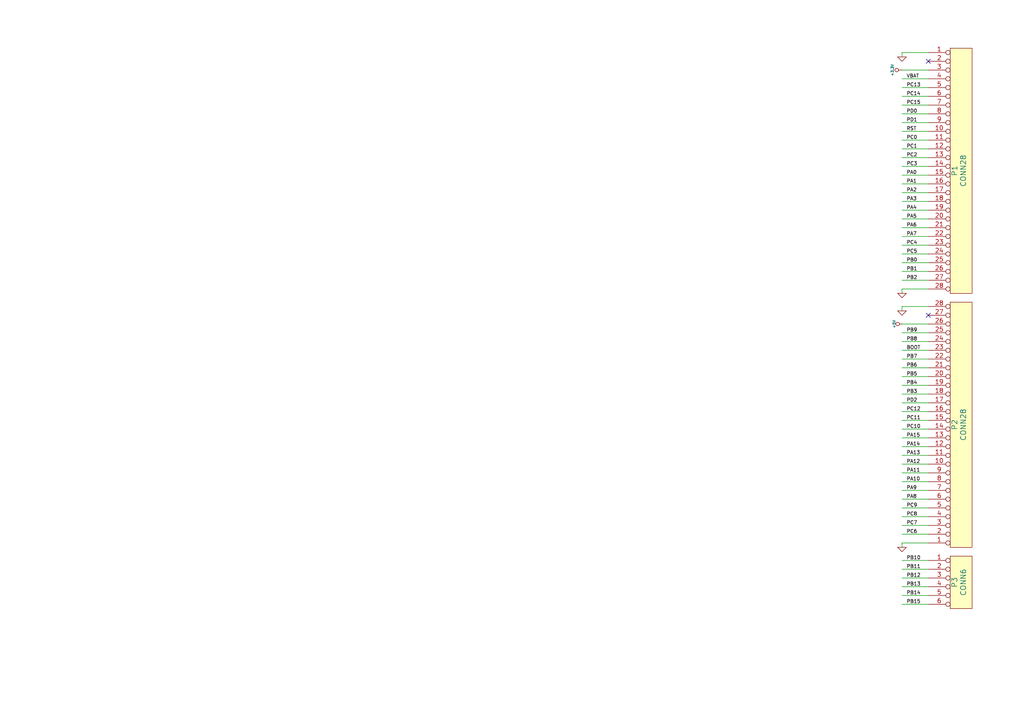
<source format=kicad_sch>
(kicad_sch (version 20230121) (generator eeschema)
  (paper "A4")
  (title_block (title "STM32 Value Line Discovery - Shiled board") (date "20 oct 2012") (rev "1.0"))
  (lib_symbols
    (symbol "stm32f100-discovery-shield-rescue:+3.3V" (power) (pin_names (offset 0))
      (property "Value" "+3.3V" (at 0 2.794 0))
      (symbol "+3.3V_0_0"
        (pin power_in line (at 0 0 90) (length 0) hide (name "+3.3V") (number "1"))
      )
      (symbol "+3.3V_0_1"
        (polyline (pts (xy 0 0) (xy 0 1.016) (xy 0 1.016)))
        (circle (center 0 1.524) (radius 0.508))
      )
    )
    (symbol "stm32f100-discovery-shield-rescue:+5V" (power) (pin_names (offset 1.016))
      (property "Value" "+5V" (at 0 2.286 0))
      (symbol "+5V_0_0"
        (pin power_in line (at 0 0 90) (length 0) hide (name "+5V") (number "1"))
      )
      (symbol "+5V_0_1"
        (polyline (pts (xy 0 0) (xy 0 0.762) (xy 0 0.762) (xy 0 0.762)))
        (circle (center 0 1.27) (radius 0.508))
      )
    )
    (symbol "stm32f100-discovery-shield-rescue:GND" (power) (pin_names (offset 0))
      (symbol "GND_0_1"
        (polyline (pts (xy -1.27 0) (xy 0 -1.27) (xy 1.27 0) (xy -1.27 0)))
      )
      (symbol "GND_1_1"
        (pin power_in line (at 0 0 90) (length 0) hide (name "GND") (number "1"))
      )
    )
    (symbol "stm32f100-discovery-shield:CONN28" (pin_names (offset 1.016) hide)
      (property "Reference" "P" (at -1.27 0 90))
      (property "Value" "CONN28" (at 1.27 0 90))
      (symbol "CONN28_0_1"
        (rectangle (start -2.54 -35.56) (end 3.81 35.56) (fill (type background)))
      )
      (symbol "CONN28_1_1"
        (pin passive inverted (at -8.89 34.29 0) (length 6.35) (name "P1") (number "1"))
        (pin passive inverted (at -8.89 11.43 0) (length 6.35) (name "P10") (number "10"))
        (pin passive inverted (at -8.89 8.89 0) (length 6.35) (name "P11") (number "11"))
        (pin passive inverted (at -8.89 6.35 0) (length 6.35) (name "P12") (number "12"))
        (pin passive inverted (at -8.89 3.81 0) (length 6.35) (name "P13") (number "13"))
        (pin passive inverted (at -8.89 1.27 0) (length 6.35) (name "P14") (number "14"))
        (pin passive inverted (at -8.89 -1.27 0) (length 6.35) (name "P15") (number "15"))
        (pin passive inverted (at -8.89 -3.81 0) (length 6.35) (name "P16") (number "16"))
        (pin passive inverted (at -8.89 -6.35 0) (length 6.35) (name "P17") (number "17"))
        (pin passive inverted (at -8.89 -8.89 0) (length 6.35) (name "P18") (number "18"))
        (pin passive inverted (at -8.89 -11.43 0) (length 6.35) (name "P19") (number "19"))
        (pin passive inverted (at -8.89 31.75 0) (length 6.35) (name "P2") (number "2"))
        (pin passive inverted (at -8.89 -13.97 0) (length 6.35) (name "P20") (number "20"))
        (pin passive inverted (at -8.89 -16.51 0) (length 6.35) (name "P21") (number "21"))
        (pin passive inverted (at -8.89 -19.05 0) (length 6.35) (name "P22") (number "22"))
        (pin passive inverted (at -8.89 -21.59 0) (length 6.35) (name "P23") (number "23"))
        (pin passive inverted (at -8.89 -24.13 0) (length 6.35) (name "P24") (number "24"))
        (pin passive inverted (at -8.89 -26.67 0) (length 6.35) (name "P25") (number "25"))
        (pin passive inverted (at -8.89 -29.21 0) (length 6.35) (name "P26") (number "26"))
        (pin passive inverted (at -8.89 -31.75 0) (length 6.35) (name "P27") (number "27"))
        (pin passive inverted (at -8.89 -34.29 0) (length 6.35) (name "P28") (number "28"))
        (pin passive inverted (at -8.89 29.21 0) (length 6.35) (name "P3") (number "3"))
        (pin passive inverted (at -8.89 26.67 0) (length 6.35) (name "P4") (number "4"))
        (pin passive inverted (at -8.89 24.13 0) (length 6.35) (name "P5") (number "5"))
        (pin passive inverted (at -8.89 21.59 0) (length 6.35) (name "P6") (number "6"))
        (pin passive inverted (at -8.89 19.05 0) (length 6.35) (name "P7") (number "7"))
        (pin passive inverted (at -8.89 16.51 0) (length 6.35) (name "P8") (number "8"))
        (pin passive inverted (at -8.89 13.97 0) (length 6.35) (name "P9") (number "9"))
      )
    )
    (symbol "stm32f100-discovery-shield:CONN6" (pin_names (offset 1.016) hide)
      (property "Reference" "P" (at -1.27 0 90))
      (property "Value" "CONN6" (at 1.27 0 90))
      (symbol "CONN6_0_1"
        (rectangle (start -2.54 -7.62) (end 3.81 7.62) (fill (type background)))
      )
      (symbol "CONN6_1_1"
        (pin passive inverted (at -8.89 6.35 0) (length 6.35) (name "P1") (number "1"))
        (pin passive inverted (at -8.89 3.81 0) (length 6.35) (name "P2") (number "2"))
        (pin passive inverted (at -8.89 1.27 0) (length 6.35) (name "P3") (number "3"))
        (pin passive inverted (at -8.89 -1.27 0) (length 6.35) (name "P4") (number "4"))
        (pin passive inverted (at -8.89 -3.81 0) (length 6.35) (name "P5") (number "5"))
        (pin passive inverted (at -8.89 -6.35 0) (length 6.35) (name "P6") (number "6"))
      )
    )
  )
  (no_connect (at 269.24 91.44))
  (no_connect (at 269.24 17.78))
  (wire (pts (xy 269.24 119.38) (xy 261.62 119.38)))
  (wire (pts (xy 269.24 30.48) (xy 261.62 30.48)))
  (wire (pts (xy 269.24 162.56) (xy 261.62 162.56)))
  (wire (pts (xy 269.24 83.82) (xy 261.62 83.82)))
  (wire (pts (xy 269.24 154.94) (xy 261.62 154.94)))
  (wire (pts (xy 269.24 139.7) (xy 261.62 139.7)))
  (wire (pts (xy 269.24 27.94) (xy 261.62 27.94)))
  (wire (pts (xy 269.24 149.86) (xy 261.62 149.86)))
  (wire (pts (xy 269.24 76.2) (xy 261.62 76.2)))
  (wire (pts (xy 269.24 53.34) (xy 261.62 53.34)))
  (wire (pts (xy 269.24 142.24) (xy 261.62 142.24)))
  (wire (pts (xy 269.24 165.1) (xy 261.62 165.1)))
  (wire (pts (xy 261.62 157.48) (xy 261.62 158.75)))
  (wire (pts (xy 269.24 106.68) (xy 261.62 106.68)))
  (wire (pts (xy 269.24 45.72) (xy 261.62 45.72)))
  (wire (pts (xy 269.24 121.92) (xy 261.62 121.92)))
  (wire (pts (xy 269.24 172.72) (xy 261.62 172.72)))
  (wire (pts (xy 269.24 127) (xy 261.62 127)))
  (wire (pts (xy 269.24 78.74) (xy 261.62 78.74)))
  (wire (pts (xy 269.24 25.4) (xy 261.62 25.4)))
  (wire (pts (xy 261.62 15.24) (xy 261.62 16.51)))
  (wire (pts (xy 261.62 83.82) (xy 261.62 85.09)))
  (wire (pts (xy 269.24 50.8) (xy 261.62 50.8)))
  (wire (pts (xy 269.24 104.14) (xy 261.62 104.14)))
  (wire (pts (xy 269.24 96.52) (xy 261.62 96.52)))
  (wire (pts (xy 269.24 88.9) (xy 261.62 88.9)))
  (wire (pts (xy 269.24 124.46) (xy 261.62 124.46)))
  (wire (pts (xy 269.24 58.42) (xy 261.62 58.42)))
  (wire (pts (xy 269.24 101.6) (xy 261.62 101.6)))
  (wire (pts (xy 269.24 40.64) (xy 261.62 40.64)))
  (wire (pts (xy 269.24 68.58) (xy 261.62 68.58)))
  (wire (pts (xy 269.24 22.86) (xy 261.62 22.86)))
  (wire (pts (xy 269.24 81.28) (xy 261.62 81.28)))
  (wire (pts (xy 269.24 35.56) (xy 261.62 35.56)))
  (wire (pts (xy 269.24 129.54) (xy 261.62 129.54)))
  (wire (pts (xy 269.24 99.06) (xy 261.62 99.06)))
  (wire (pts (xy 269.24 48.26) (xy 261.62 48.26)))
  (wire (pts (xy 269.24 175.26) (xy 261.62 175.26)))
  (wire (pts (xy 269.24 43.18) (xy 261.62 43.18)))
  (wire (pts (xy 269.24 71.12) (xy 261.62 71.12)))
  (wire (pts (xy 269.24 15.24) (xy 261.62 15.24)))
  (wire (pts (xy 269.24 66.04) (xy 261.62 66.04)))
  (wire (pts (xy 269.24 55.88) (xy 261.62 55.88)))
  (wire (pts (xy 269.24 38.1) (xy 261.62 38.1)))
  (wire (pts (xy 269.24 137.16) (xy 261.62 137.16)))
  (wire (pts (xy 269.24 116.84) (xy 261.62 116.84)))
  (wire (pts (xy 269.24 33.02) (xy 261.62 33.02)))
  (wire (pts (xy 269.24 20.32) (xy 261.62 20.32)))
  (wire (pts (xy 269.24 147.32) (xy 261.62 147.32)))
  (wire (pts (xy 269.24 152.4) (xy 261.62 152.4)))
  (wire (pts (xy 269.24 170.18) (xy 261.62 170.18)))
  (wire (pts (xy 269.24 144.78) (xy 261.62 144.78)))
  (wire (pts (xy 269.24 134.62) (xy 261.62 134.62)))
  (wire (pts (xy 269.24 114.3) (xy 261.62 114.3)))
  (wire (pts (xy 269.24 157.48) (xy 261.62 157.48)))
  (wire (pts (xy 269.24 109.22) (xy 261.62 109.22)))
  (wire (pts (xy 269.24 73.66) (xy 261.62 73.66)))
  (wire (pts (xy 269.24 60.96) (xy 261.62 60.96)))
  (wire (pts (xy 269.24 111.76) (xy 261.62 111.76)))
  (wire (pts (xy 269.24 167.64) (xy 261.62 167.64)))
  (wire (pts (xy 269.24 63.5) (xy 261.62 63.5)))
  (wire (pts (xy 269.24 132.08) (xy 261.62 132.08)))
  (wire (pts (xy 269.24 93.98) (xy 261.62 93.98)))
  (wire (pts (xy 261.62 88.9) (xy 261.62 90.17)))
  (label "PB1" (at 262.89 78.74 0) (effects (font (size 1.016 1.016))))
  (label "PC8" (at 262.89 149.86 0) (effects (font (size 1.016 1.016))))
  (label "PA4" (at 262.89 60.96 0) (effects (font (size 1.016 1.016))))
  (label "PB9" (at 262.89 96.52 0) (effects (font (size 1.016 1.016))))
  (label "PA13" (at 262.89 132.08 0) (effects (font (size 1.016 1.016))))
  (label "PA0" (at 262.89 50.8 0) (effects (font (size 1.016 1.016))))
  (label "VBAT" (at 262.89 22.86 0) (effects (font (size 1.016 1.016))))
  (label "PA14" (at 262.89 129.54 0) (effects (font (size 1.016 1.016))))
  (label "PB6" (at 262.89 106.68 0) (effects (font (size 1.016 1.016))))
  (label "PA8" (at 262.89 144.78 0) (effects (font (size 1.016 1.016))))
  (label "PB8" (at 262.89 99.06 0) (effects (font (size 1.016 1.016))))
  (label "PB12" (at 262.89 167.64 0) (effects (font (size 1.016 1.016))))
  (label "PC1" (at 262.89 43.18 0) (effects (font (size 1.016 1.016))))
  (label "PC6" (at 262.89 154.94 0) (effects (font (size 1.016 1.016))))
  (label "PA9" (at 262.89 142.24 0) (effects (font (size 1.016 1.016))))
  (label "PB15" (at 262.89 175.26 0) (effects (font (size 1.016 1.016))))
  (label "PB0" (at 262.89 76.2 0) (effects (font (size 1.016 1.016))))
  (label "PC0" (at 262.89 40.64 0) (effects (font (size 1.016 1.016))))
  (label "PA3" (at 262.89 58.42 0) (effects (font (size 1.016 1.016))))
  (label "PC10" (at 262.89 124.46 0) (effects (font (size 1.016 1.016))))
  (label "PA1" (at 262.89 53.34 0) (effects (font (size 1.016 1.016))))
  (label "PB3" (at 262.89 114.3 0) (effects (font (size 1.016 1.016))))
  (label "PC13" (at 262.89 25.4 0) (effects (font (size 1.016 1.016))))
  (label "PC15" (at 262.89 30.48 0) (effects (font (size 1.016 1.016))))
  (label "PA12" (at 262.89 134.62 0) (effects (font (size 1.016 1.016))))
  (label "PA11" (at 262.89 137.16 0) (effects (font (size 1.016 1.016))))
  (label "PB7" (at 262.89 104.14 0) (effects (font (size 1.016 1.016))))
  (label "PC7" (at 262.89 152.4 0) (effects (font (size 1.016 1.016))))
  (label "RST" (at 262.89 38.1 0) (effects (font (size 1.016 1.016))))
  (label "PB14" (at 262.89 172.72 0) (effects (font (size 1.016 1.016))))
  (label "BOOT" (at 262.89 101.6 0) (effects (font (size 1.016 1.016))))
  (label "PC4" (at 262.89 71.12 0) (effects (font (size 1.016 1.016))))
  (label "PB10" (at 262.89 162.56 0) (effects (font (size 1.016 1.016))))
  (label "PC3" (at 262.89 48.26 0) (effects (font (size 1.016 1.016))))
  (label "PA6" (at 262.89 66.04 0) (effects (font (size 1.016 1.016))))
  (label "PB2" (at 262.89 81.28 0) (effects (font (size 1.016 1.016))))
  (label "PA15" (at 262.89 127 0) (effects (font (size 1.016 1.016))))
  (label "PD2" (at 262.89 116.84 0) (effects (font (size 1.016 1.016))))
  (label "PB5" (at 262.89 109.22 0) (effects (font (size 1.016 1.016))))
  (label "PC12" (at 262.89 119.38 0) (effects (font (size 1.016 1.016))))
  (label "PC9" (at 262.89 147.32 0) (effects (font (size 1.016 1.016))))
  (label "PA7" (at 262.89 68.58 0) (effects (font (size 1.016 1.016))))
  (label "PB4" (at 262.89 111.76 0) (effects (font (size 1.016 1.016))))
  (label "PB11" (at 262.89 165.1 0) (effects (font (size 1.016 1.016))))
  (label "PA10" (at 262.89 139.7 0) (effects (font (size 1.016 1.016))))
  (label "PC11" (at 262.89 121.92 0) (effects (font (size 1.016 1.016))))
  (label "PC14" (at 262.89 27.94 0) (effects (font (size 1.016 1.016))))
  (label "PD0" (at 262.89 33.02 0) (effects (font (size 1.016 1.016))))
  (label "PC2" (at 262.89 45.72 0) (effects (font (size 1.016 1.016))))
  (label "PC5" (at 262.89 73.66 0) (effects (font (size 1.016 1.016))))
  (label "PD1" (at 262.89 35.56 0) (effects (font (size 1.016 1.016))))
  (label "PA2" (at 262.89 55.88 0) (effects (font (size 1.016 1.016))))
  (label "PB13" (at 262.89 170.18 0) (effects (font (size 1.016 1.016))))
  (label "PA5" (at 262.89 63.5 0) (effects (font (size 1.016 1.016))))
  (symbol (lib_id "stm32f100-discovery-shield:CONN28") (at 278.13 49.53 0) (unit 1)
    (property "Reference" "P1" (at 276.86 49.53 90) (effects (font (size 1.524 1.524))))
    (property "Value" "CONN28" (at 279.4 49.53 90) (effects (font (size 1.524 1.524))))
  )
  (symbol (lib_id "stm32f100-discovery-shield:CONN28") (at 278.13 123.19 0) (mirror x) (unit 1)
    (property "Reference" "P2" (at 276.86 123.19 90) (effects (font (size 1.524 1.524))))
    (property "Value" "CONN28" (at 279.4 123.19 90) (effects (font (size 1.524 1.524))))
  )
  (symbol (lib_id "stm32f100-discovery-shield:CONN6") (at 278.13 168.91 0) (unit 1)
    (property "Reference" "P3" (at 276.86 168.91 90) (effects (font (size 1.524 1.524))))
    (property "Value" "CONN6" (at 279.4 168.91 90) (effects (font (size 1.524 1.524))))
  )
  (symbol (lib_id "stm32f100-discovery-shield-rescue:GND") (at 261.62 16.51 0) (unit 1)
    (property "Reference" "#PWR01" (effects hide))
    (property "Value" "GND" (effects hide))
  )
  (symbol (lib_id "stm32f100-discovery-shield-rescue:GND") (at 261.62 85.09 0) (unit 1)
    (property "Reference" "#PWR02" (effects hide))
    (property "Value" "GND" (effects hide))
  )
  (symbol (lib_id "stm32f100-discovery-shield-rescue:GND") (at 261.62 90.17 0) (unit 1)
    (property "Reference" "#PWR03" (effects hide))
    (property "Value" "GND" (effects hide))
  )
  (symbol (lib_id "stm32f100-discovery-shield-rescue:GND") (at 261.62 158.75 0) (unit 1)
    (property "Reference" "#PWR04" (effects hide))
    (property "Value" "GND" (effects hide))
  )
  (symbol (lib_id "stm32f100-discovery-shield-rescue:+3.3V") (at 261.62 20.32 90) (unit 1)
    (property "Reference" "#PWR05" (effects hide))
    (property "Value" "+3.3V" (at 258.826 20.32 0) (effects (font (size 0.762 0.762))))
  )
  (symbol (lib_id "stm32f100-discovery-shield-rescue:+5V") (at 261.62 93.98 90) (unit 1)
    (property "Reference" "#PWR06" (effects hide))
    (property "Value" "+5V" (at 259.334 93.98 0) (effects (font (size 0.762 0.762))))
  )
)
</source>
